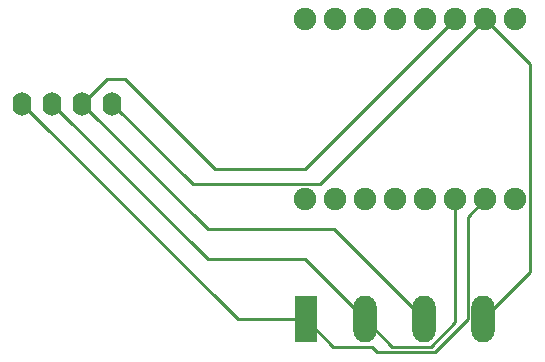
<source format=gbr>
%TF.GenerationSoftware,KiCad,Pcbnew,7.0.8*%
%TF.CreationDate,2025-03-09T22:18:45+01:00*%
%TF.ProjectId,Schematics,53636865-6d61-4746-9963-732e6b696361,rev?*%
%TF.SameCoordinates,Original*%
%TF.FileFunction,Copper,L1,Top*%
%TF.FilePolarity,Positive*%
%FSLAX46Y46*%
G04 Gerber Fmt 4.6, Leading zero omitted, Abs format (unit mm)*
G04 Created by KiCad (PCBNEW 7.0.8) date 2025-03-09 22:18:45*
%MOMM*%
%LPD*%
G01*
G04 APERTURE LIST*
%TA.AperFunction,ComponentPad*%
%ADD10O,1.600000X2.000000*%
%TD*%
%TA.AperFunction,ComponentPad*%
%ADD11C,1.905000*%
%TD*%
%TA.AperFunction,ComponentPad*%
%ADD12R,1.980000X3.960000*%
%TD*%
%TA.AperFunction,ComponentPad*%
%ADD13O,1.980000X3.960000*%
%TD*%
%TA.AperFunction,Conductor*%
%ADD14C,0.250000*%
%TD*%
G04 APERTURE END LIST*
D10*
%TO.P,Display1,2,Pin_2*%
%TO.N,Net-(Display1-Pin_2)*%
X136080000Y-96080000D03*
%TO.P,Display1,1,Pin_1*%
%TO.N,Net-(Display1-Pin_1)*%
X133540000Y-96080000D03*
%TO.P,Display1,3,Pin_3*%
%TO.N,Net-(Display1-Pin_3)*%
X138620000Y-96080000D03*
%TO.P,Display1,4,Pin_4*%
%TO.N,Net-(Display1-Pin_4)*%
X141160000Y-96080000D03*
%TD*%
D11*
%TO.P,U1,5V,5V*%
%TO.N,unconnected-(U1-Pad5V)*%
X175260000Y-104140000D03*
%TO.P,U1,G,GND*%
%TO.N,Net-(Display1-Pin_1)*%
X172720000Y-104140000D03*
%TO.P,U1,3.3,3V3*%
%TO.N,Net-(Display1-Pin_2)*%
X170180000Y-104140000D03*
%TO.P,U1,4,GPIO4*%
%TO.N,unconnected-(U1-GPIO4-Pad4)*%
X167640000Y-104140000D03*
%TO.P,U1,3,GPIO3*%
%TO.N,unconnected-(U1-GPIO3-Pad3)*%
X165100000Y-104140000D03*
%TO.P,U1,2,GPIO2*%
%TO.N,unconnected-(U1-GPIO2-Pad2)*%
X162560000Y-104140000D03*
%TO.P,U1,1,GPIO1*%
%TO.N,unconnected-(U1-GPIO1-Pad1)*%
X160020000Y-104140000D03*
%TO.P,U1,0,GPIO0*%
%TO.N,unconnected-(U1-GPIO0-Pad0)*%
X157480000Y-104140000D03*
%TO.P,U1,21,GPIO21*%
%TO.N,unconnected-(U1-GPIO21-Pad21)*%
X157480000Y-88900000D03*
%TO.P,U1,20,GPIO20*%
%TO.N,unconnected-(U1-GPIO20-Pad20)*%
X160020000Y-88900000D03*
%TO.P,U1,10,GPIO10*%
%TO.N,unconnected-(U1-GPIO10-Pad10)*%
X162560000Y-88900000D03*
%TO.P,U1,9,GPIO9*%
%TO.N,unconnected-(U1-GPIO9-Pad9)*%
X165100000Y-88900000D03*
%TO.P,U1,8,GPIO8*%
%TO.N,unconnected-(U1-GPIO8-Pad8)*%
X167640000Y-88900000D03*
%TO.P,U1,7,GPIO7*%
%TO.N,Net-(Display1-Pin_3)*%
X170180000Y-88900000D03*
%TO.P,U1,6,GPIO6*%
%TO.N,Net-(Display1-Pin_4)*%
X172720000Y-88900000D03*
%TO.P,U1,5,GPIO5*%
%TO.N,unconnected-(U1-GPIO5-Pad5)*%
X175260000Y-88900000D03*
%TD*%
D12*
%TO.P,Sensor1,1,Pin_1*%
%TO.N,Net-(Display1-Pin_1)*%
X157560000Y-114300000D03*
D13*
%TO.P,Sensor1,2,Pin_2*%
%TO.N,Net-(Display1-Pin_2)*%
X162560000Y-114300000D03*
%TO.P,Sensor1,3,Pin_3*%
%TO.N,Net-(Display1-Pin_3)*%
X167560000Y-114300000D03*
%TO.P,Sensor1,4,Pin_4*%
%TO.N,Net-(Display1-Pin_4)*%
X172560000Y-114300000D03*
%TD*%
D14*
%TO.N,Net-(Display1-Pin_1)*%
X151760000Y-114300000D02*
X133540000Y-96080000D01*
X157560000Y-114300000D02*
X151760000Y-114300000D01*
X171245000Y-114300000D02*
X171245000Y-105615000D01*
X168491271Y-117053729D02*
X171245000Y-114300000D01*
X163551922Y-117053729D02*
X168491271Y-117053729D01*
X163101922Y-116603729D02*
X163551922Y-117053729D01*
X159863729Y-116603729D02*
X163101922Y-116603729D01*
X171245000Y-105615000D02*
X172720000Y-104140000D01*
X157560000Y-114300000D02*
X159863729Y-116603729D01*
%TO.N,Net-(Display1-Pin_4)*%
X176537500Y-92717500D02*
X172720000Y-88900000D01*
X176537500Y-110322500D02*
X176537500Y-92717500D01*
X172560000Y-114300000D02*
X176537500Y-110322500D01*
%TO.N,Net-(Display1-Pin_2)*%
X170180000Y-114525651D02*
X170180000Y-104140000D01*
X168101922Y-116603729D02*
X170180000Y-114525651D01*
X162560000Y-114300000D02*
X164863729Y-116603729D01*
X164863729Y-116603729D02*
X168101922Y-116603729D01*
X149220000Y-109220000D02*
X157480000Y-109220000D01*
X136080000Y-96080000D02*
X149220000Y-109220000D01*
X157480000Y-109220000D02*
X162560000Y-114300000D01*
%TO.N,Net-(Display1-Pin_3)*%
X159940000Y-106680000D02*
X167560000Y-114300000D01*
X149220000Y-106680000D02*
X159940000Y-106680000D01*
X138620000Y-96080000D02*
X149220000Y-106680000D01*
X149860000Y-101600000D02*
X157480000Y-101600000D01*
X142240000Y-93980000D02*
X149860000Y-101600000D01*
X140720000Y-93980000D02*
X142240000Y-93980000D01*
X157480000Y-101600000D02*
X170180000Y-88900000D01*
X138620000Y-96080000D02*
X140720000Y-93980000D01*
%TO.N,Net-(Display1-Pin_4)*%
X147957500Y-102877500D02*
X156202500Y-102877500D01*
X141160000Y-96080000D02*
X147957500Y-102877500D01*
X158757500Y-102862500D02*
X156217500Y-102862500D01*
X156217500Y-102862500D02*
X156202500Y-102877500D01*
X172720000Y-88900000D02*
X158757500Y-102862500D01*
%TD*%
M02*

</source>
